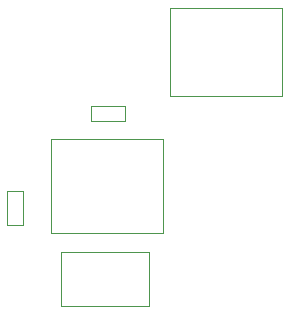
<source format=gbr>
G04 #@! TF.FileFunction,Other,User*
%FSLAX46Y46*%
G04 Gerber Fmt 4.6, Leading zero omitted, Abs format (unit mm)*
G04 Created by KiCad (PCBNEW 4.0.7) date 07/17/18 16:46:28*
%MOMM*%
%LPD*%
G01*
G04 APERTURE LIST*
%ADD10C,0.100000*%
%ADD11C,0.050000*%
G04 APERTURE END LIST*
D10*
D11*
X150542800Y-101462600D02*
X153342800Y-101462600D01*
X150542800Y-101462600D02*
X150542800Y-100162600D01*
X153342800Y-100162600D02*
X153342800Y-101462600D01*
X153342800Y-100162600D02*
X150542800Y-100162600D01*
X143406100Y-110263600D02*
X144706100Y-110263600D01*
X144706100Y-110263600D02*
X144706100Y-107363600D01*
X144706100Y-107363600D02*
X143406100Y-107363600D01*
X143406100Y-107363600D02*
X143406100Y-110263600D01*
X157413500Y-99345000D02*
X157163500Y-99345000D01*
X157163500Y-99345000D02*
X157163500Y-99095000D01*
X157413500Y-91845000D02*
X157163500Y-91845000D01*
X157163500Y-91845000D02*
X157163500Y-92095000D01*
X166663500Y-92095000D02*
X166663500Y-91845000D01*
X166663500Y-91845000D02*
X166413500Y-91845000D01*
X166663500Y-99095000D02*
X166663500Y-99345000D01*
X166663500Y-99345000D02*
X166413500Y-99345000D01*
X166413500Y-91845000D02*
X157413500Y-91845000D01*
X166663500Y-99095000D02*
X166663500Y-92095000D01*
X157413500Y-99345000D02*
X166413500Y-99345000D01*
X157163500Y-92095000D02*
X157163500Y-99095000D01*
X156616600Y-102946700D02*
X156616600Y-110946700D01*
X147116600Y-102946700D02*
X147116600Y-110946700D01*
X156616600Y-102946700D02*
X147116600Y-102946700D01*
X156616600Y-110946700D02*
X147116600Y-110946700D01*
X147976100Y-117133400D02*
X147976100Y-112533400D01*
X147976100Y-112533400D02*
X155376100Y-112533400D01*
X155376100Y-112533400D02*
X155376100Y-117133400D01*
X155376100Y-117133400D02*
X147976100Y-117133400D01*
M02*

</source>
